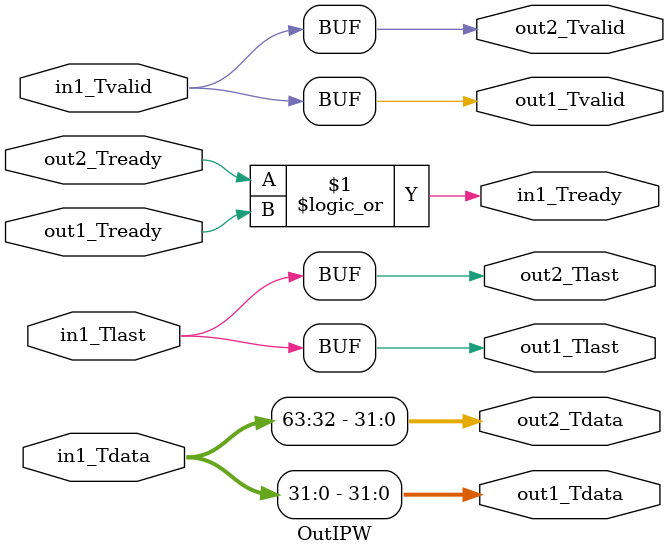
<source format=v>
`timescale 1ns / 1ps


module OutIPW(
input [63:0] in1_Tdata,
input in1_Tvalid,
input in1_Tlast,
output in1_Tready,

output [31:0] out1_Tdata,
output out1_Tvalid,
output out1_Tlast,
input out1_Tready,

output [31:0] out2_Tdata,
output out2_Tvalid,
output out2_Tlast,
input out2_Tready);

assign out1_Tdata=in1_Tdata[31:0];
assign out2_Tdata=in1_Tdata[63:32];

assign out1_Tvalid= in1_Tvalid;
assign out2_Tvalid= in1_Tvalid;

assign out1_Tlast=in1_Tlast;
assign out2_Tlast=in1_Tlast;

assign in1_Tready =out2_Tready || out1_Tready;

endmodule

</source>
